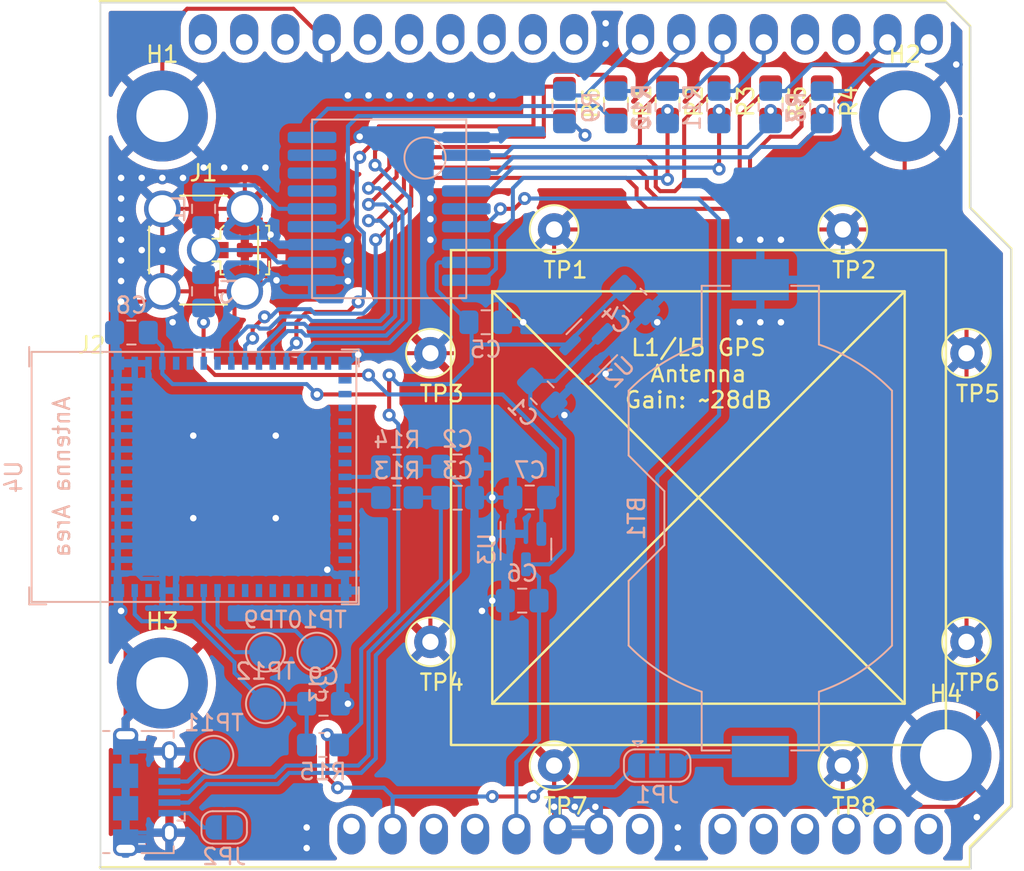
<source format=kicad_pcb>
(kicad_pcb (version 20211014) (generator pcbnew)
  (layers (0 "F.Cu" signal) (31 "B.Cu" signal) (34 "B.Paste" user) (35 "F.Paste" user) (36 "B.SilkS" user "B.Silkscreen") (37 "F.SilkS" user "F.Silkscreen") (38 "B.Mask" user) (39 "F.Mask" user) (44 "Edge.Cuts" user))
  (net 0 "")
  (net 14 "/TXD")
  (net 15 "/RXD")
  (net 24 "GND")
  (net 25 "+3V3")
  (net 30 "Net-(C3-Pad1)")
  (net 31 "Net-(BT1-Pad1)")
  (net 32 "Net-(J1-Pad3)")
  (net 33 "U5")
  (net 34 "PPS")
  (net 35 "EN")
  (net 36 "GPIO26")
  (net 37 "LNA_EN")
  (net 38 "Net-(J2-Pad1)")
  (net 39 "TX")
  (net 40 "RX")
  (net 41 "_PPS")
  (net 42 "_EN")
  (net 43 "_GPIO26")
  (net 44 "_LNAEN")
  (net 45 "Net-(JP1-Pad2)")
  (net 46 "Net-(L1-Pad1)")
  (net 75 "Net-(U4-Pad12)")
  (net 76 "Net-(U4-Pad11)")
  (net 77 "Net-(U4-Pad10)")
  (net 78 "Net-(U4-Pad9)")
  (net 79 "Net-(U4-Pad8)")
  (net 80 "Net-(U4-Pad45)")
  (net 81 "Net-(J1-Pad2)")
  (net 82 "Net-(U4-Pad13)")
  (net 83 "Net-(U4-Pad24)")
  (net 84 "Net-(U4-Pad23)")
  (net 85 "Net-(U4-Pad40)")
  (net 86 "Net-(U4-Pad39)")
  (net 87 "Net-(J1-Pad4)")
  (net 88 "Net-(J1-Pad1)")
  (net 89 "5V")
  (footprint "MountingHole:MountingHole_3.2mm_M3_DIN965_Pad" (layer "F.Cu") (at 223.52 120.015)
    (fp_text reference "H4")
    (fp_text value "MountingHole_Pad" hide)
  )
  (footprint "MountingHole:MountingHole_3.2mm_M3_DIN965_Pad" (layer "F.Cu") (at 220.98 80.645)
    (fp_text reference "H2")
    (fp_text value "MountingHole_Pad" hide)
  )
  (footprint "MountingHole:MountingHole_3.2mm_M3_DIN965_Pad" (layer "F.Cu") (at 175.26 115.57)
    (fp_text reference "H3")
    (fp_text value "MountingHole_Pad" hide)
  )
  (footprint "Connector_Coaxial:U.FL_Molex_MCRF_73412-0110_Vertical" (layer "F.Cu") (at 180.34 88.9 -90)
    (fp_text reference "J2")
    (fp_text value "IPEX")
  )
  (footprint "TestPoint:TestPoint_Loop_D2.50mm_Drill1.0mm" (layer "F.Cu") (at 224.79 95.25)
    (fp_text reference "TP5")
    (fp_text value "TestPoint")
  )
  (footprint "MountingHole:MountingHole_3.2mm_M3_DIN965_Pad" (layer "F.Cu") (at 175.26 80.645)
    (fp_text reference "H1")
    (fp_text value "MountingHole_Pad" hide)
  )
  (footprint "TestPoint:TestPoint_Loop_D2.50mm_Drill1.0mm" (layer "F.Cu") (at 191.77 95.25)
    (fp_text reference "TP3")
    (fp_text value "TestPoint")
  )
  (footprint "Resistor_SMD:R_0805_2012Metric_Pad1.20x1.40mm_HandSolder" (layer "F.Cu") (at 212.725 79.74 -90)
    (fp_text reference "R5")
    (fp_text value "100")
  )
  (footprint "Resistor_SMD:R_0805_2012Metric_Pad1.20x1.40mm_HandSolder" (layer "F.Cu") (at 209.55 79.74 -90)
    (fp_text reference "R3")
    (fp_text value "100")
  )
  (footprint "TestPoint:TestPoint_Loop_D2.50mm_Drill1.0mm" (layer "F.Cu") (at 224.79 113.03)
    (fp_text reference "TP6")
    (fp_text value "TestPoint")
  )
  (footprint "Resistor_SMD:R_0805_2012Metric_Pad1.20x1.40mm_HandSolder" (layer "F.Cu") (at 200.025 79.835 -90)
    (fp_text reference "R6")
    (fp_text value "100")
  )
  (footprint "TestPoint:TestPoint_Loop_D2.50mm_Drill1.0mm" (layer "F.Cu") (at 199.39 87.63)
    (fp_text reference "TP1")
    (fp_text value "TestPoint")
  )
  (footprint "TestPoint:TestPoint_Loop_D2.50mm_Drill1.0mm" (layer "F.Cu") (at 191.77 113.03)
    (fp_text reference "TP4")
    (fp_text value "TestPoint")
  )
  (footprint "MyModules:Arduino_Uno_Shield" (layer "F.Cu") (at 171.4105 126.9125)
    (fp_text reference "XA1" hide)
    (fp_text value "Arduino_Uno_Shield" hide)
  )
  (footprint "Resistor_SMD:R_0805_2012Metric_Pad1.20x1.40mm_HandSolder" (layer "F.Cu") (at 203.2 79.74 -90)
    (fp_text reference "R1")
    (fp_text value "100")
  )
  (footprint "Resistor_SMD:R_0805_2012Metric_Pad1.20x1.40mm_HandSolder" (layer "F.Cu") (at 215.9 79.74 -90)
    (fp_text reference "R4")
    (fp_text value "100")
  )
  (footprint "TestPoint:TestPoint_Loop_D2.50mm_Drill1.0mm" (layer "F.Cu") (at 217.17 120.65)
    (fp_text reference "TP8")
    (fp_text value "TestPoint")
  )
  (footprint "Resistor_SMD:R_0805_2012Metric_Pad1.20x1.40mm_HandSolder" (layer "F.Cu") (at 206.375 79.74 -90)
    (fp_text reference "R2")
    (fp_text value "100")
  )
  (footprint "Connector_Coaxial:SMA_Amphenol_132134-11_Vertical" (layer "F.Cu") (at 177.8 88.9)
    (fp_text reference "J1")
    (fp_text value "SMA")
  )
  (footprint "TestPoint:TestPoint_Loop_D2.50mm_Drill1.0mm" (layer "F.Cu") (at 199.39 120.65)
    (fp_text reference "TP7")
    (fp_text value "TestPoint")
  )
  (footprint "TestPoint:TestPoint_Loop_D2.50mm_Drill1.0mm" (layer "F.Cu") (at 217.17 87.63)
    (fp_text reference "TP2")
    (fp_text value "TestPoint")
  )
  (footprint "Package_TO_SOT_SMD:SOT-23" (layer "B.Cu") (at 197.655 107.315 -90)
    (fp_text reference "U3")
    (fp_text value "MCP1700-3002E_SOT23")
  )
  (footprint "TestPoint:TestPoint_Pad_D2.0mm" (layer "B.Cu") (at 181.61 116.84 180)
    (fp_text reference "TP12")
    (fp_text value "TestPoint")
  )
  (footprint "Capacitor_SMD:C_0805_2012Metric_Pad1.18x1.45mm_HandSolder" (layer "B.Cu") (at 193.450076 104.151857 180)
    (fp_text reference "C3")
    (fp_text value "100nF")
  )
  (footprint "Capacitor_SMD:C_0805_2012Metric_Pad1.18x1.45mm_HandSolder" (layer "B.Cu") (at 197.8875 104.14 180)
    (fp_text reference "C7")
    (fp_text value "100nF")
  )
  (footprint "Package_TO_SOT_SMD:SOT-23" (layer "B.Cu") (at 201.712102 94.723949 45)
    (fp_text reference "U2")
    (fp_text value "MCP1700-3002E_SOT23")
  )
  (footprint "Capacitor_SMD:C_0805_2012Metric_Pad1.18x1.45mm_HandSolder" (layer "B.Cu") (at 197.422501 110.49 180)
    (fp_text reference "C6")
    (fp_text value "100nF")
  )
  (footprint "Capacitor_SMD:C_0805_2012Metric_Pad1.18x1.45mm_HandSolder" (layer "B.Cu") (at 195.1775 93.345)
    (fp_text reference "C5")
    (fp_text value "100nF")
  )
  (footprint "Resistor_SMD:R_0805_2012Metric_Pad1.20x1.40mm_HandSolder" (layer "B.Cu") (at 212.725 80.105 90)
    (fp_text reference "R8")
    (fp_text value "100")
  )
  (footprint "Capacitor_SMD:C_0805_2012Metric_Pad1.18x1.45mm_HandSolder" (layer "B.Cu") (at 193.4425 102.225 180)
    (fp_text reference "C2")
    (fp_text value "100nF")
  )
  (footprint "locosystech:rtk1010" (layer "B.Cu") (at 193.98 81.96 180)
    (fp_text reference "U1" hide)
    (fp_text value "RTK-1010")
  )
  (footprint "Resistor_SMD:R_0805_2012Metric_Pad1.20x1.40mm_HandSolder" (layer "B.Cu") (at 189.717131 104.141605 180)
    (fp_text reference "R13")
    (fp_text value "100")
  )
  (footprint "Resistor_SMD:R_0805_2012Metric_Pad1.20x1.40mm_HandSolder" (layer "B.Cu") (at 185.15 119.38)
    (fp_text reference "R15")
    (fp_text value "100")
  )
  (footprint "Resistor_SMD:R_0805_2012Metric_Pad1.20x1.40mm_HandSolder" (layer "B.Cu") (at 200.025 80.105 90)
    (fp_text reference "R9")
    (fp_text value "100")
  )
  (footprint "Battery:BatteryHolder_Keystone_1058_1x2032" (layer "B.Cu") (at 212.09 105.41 90)
    (fp_text reference "BT1")
    (fp_text value "Battery_Cell")
  )
  (footprint "Capacitor_SMD:C_0805_2012Metric_Pad1.18x1.45mm_HandSolder" (layer "B.Cu") (at 204.371377 91.976377 -45)
    (fp_text reference "C4")
    (fp_text value "100nF")
  )
  (footprint "Resistor_SMD:R_0805_2012Metric_Pad1.20x1.40mm_HandSolder" (layer "B.Cu") (at 203.2 80.105 90)
    (fp_text reference "R10")
    (fp_text value "100")
  )
  (footprint "Capacitor_SMD:C_0805_2012Metric_Pad1.18x1.45mm_HandSolder" (layer "B.Cu") (at 173.355 93.98 180)
    (fp_text reference "C8")
    (fp_text value "100nF")
  )
  (footprint "TestPoint:TestPoint_Pad_D2.0mm" (layer "B.Cu") (at 184.785 113.665 180)
    (fp_text reference "TP10")
    (fp_text value "TestPoint")
  )
  (footprint "Jumper:SolderJumper-2_P1.3mm_Open_RoundedPad1.0x1.5mm" (layer "B.Cu") (at 179.07 124.46)
    (fp_text reference "JP2")
    (fp_text value "Jumper_2_Open" hide)
  )
  (footprint "Inductor_SMD:L_0805_2012Metric_Pad1.15x1.40mm_HandSolder" (layer "B.Cu") (at 177.8 91.44 90)
    (fp_text reference "L2")
    (fp_text value "39nH")
  )
  (footprint "Capacitor_SMD:C_0805_2012Metric_Pad1.18x1.45mm_HandSolder" (layer "B.Cu") (at 198.656377 97.691377 -45)
    (fp_text reference "C1")
    (fp_text value "100nF")
  )
  (footprint "Resistor_SMD:R_0805_2012Metric_Pad1.20x1.40mm_HandSolder" (layer "B.Cu") (at 209.55 80.105 -90)
    (fp_text reference "R11")
    (fp_text value "100")
  )
  (footprint "Capacitor_SMD:C_0805_2012Metric_Pad1.18x1.45mm_HandSolder" (layer "B.Cu") (at 185.1875 116.84 180)
    (fp_text reference "C9")
    (fp_text value "100nF")
  )
  (footprint "Jumper:SolderJumper-3_P1.3mm_Open_RoundedPad1.0x1.5mm" (layer "B.Cu") (at 205.74 120.65)
    (fp_text reference "JP1")
    (fp_text value "SolderJumper_3_Open")
  )
  (footprint "TestPoint:TestPoint_Pad_D2.0mm" (layer "B.Cu") (at 178.435 120.015 180)
    (fp_text reference "TP11")
    (fp_text value "TestPoint" hide)
  )
  (footprint "Resistor_SMD:R_0805_2012Metric_Pad1.20x1.40mm_HandSolder" (layer "B.Cu") (at 189.717131 102.236605 180)
    (fp_text reference "R14")
    (fp_text value "100")
  )
  (footprint "Inductor_SMD:L_0805_2012Metric_Pad1.15x1.40mm_HandSolder" (layer "B.Cu") (at 177.8 86.36 -90)
    (fp_text reference "L1")
    (fp_text value "39nH")
  )
  (footprint "Connector_USB:USB_Micro-B_Amphenol_10118194_Horizontal" (layer "B.Cu") (at 174.298297 122.279441 90)
    (fp_text reference "J3")
    (fp_text value "USB_OTG")
  )
  (footprint "Resistor_SMD:R_0805_2012Metric_Pad1.20x1.40mm_HandSolder" (layer "B.Cu") (at 206.375 80.105 -90)
    (fp_text reference "R12")
    (fp_text value "100")
  )
  (footprint "Resistor_SMD:R_0805_2012Metric_Pad1.20x1.40mm_HandSolder" (layer "B.Cu") (at 215.9 80.105 -90)
    (fp_text reference "R7")
    (fp_text value "100")
  )
  (footprint "Espressif:ESP32-S2-MINI-1" (layer "B.Cu") (at 179.51 102.87 -90)
    (fp_text reference "U4")
    (fp_text value "ESP32-S2-MINI-1")
  )
  (footprint "TestPoint:TestPoint_Pad_D2.0mm" (layer "B.Cu") (at 181.61 113.665 180)
    (fp_text reference "TP9")
    (fp_text value "TestPoint")
  )
  (gr_rect (start 195.58 91.44) (end 220.98 116.84) (layer "F.SilkS") (width 0.15) (fill none))
  (gr_rect (start 193.04 88.9) (end 223.52 119.38) (layer "F.SilkS") (width 0.15) (fill none))
  (gr_line (start 195.58 116.84) (end 220.98 91.44) (layer "F.SilkS") (width 0.15))
  (gr_line (start 195.58 91.44) (end 220.98 116.84) (layer "F.SilkS") (width 0.15))
  (gr_line (start 225.050744 86.370714) (end 225.039344 75.169478) (layer "Edge.Cuts") (width 0.1))
  (gr_line (start 225.039344 75.169478) (end 223.549597 73.650134) (layer "Edge.Cuts") (width 0.1))
  (gr_line (start 223.549597 73.650134) (end 171.45 73.66) (layer "Edge.Cuts") (width 0.1))
  (gr_line (start 227.536944 88.856914) (end 225.050744 86.370714) (layer "Edge.Cuts") (width 0.1))
  (gr_line (start 171.45 73.66) (end 171.45 127) (layer "Edge.Cuts") (width 0.1))
  (gr_line (start 225.064052 127) (end 225.064052 125.746212) (layer "Edge.Cuts") (width 0.1))
  (gr_line (start 227.605884 123.190677) (end 227.536944 88.856914) (layer "Edge.Cuts") (width 0.1))
  (gr_line (start 225.064052 125.746212) (end 227.605884 123.190677) (layer "Edge.Cuts") (width 0.1))
  (gr_line (start 171.45 127) (end 225.064052 127) (layer "Edge.Cuts") (width 0.1))
  (gr_text "L1/L5 GPS\nAntenna\nGain: ~28dB" (at 208.28 96.52) (layer "F.SilkS") (effects (font (size 1 1))))
  (segment (start 217.44 79.105) (end 215.9 79.105) (width 0.25) (layer "B.Cu") (net 14))
  (segment (start 221.057 77.52) (end 219.025 77.52) (width 0.25) (layer "B.Cu") (net 14))
  (segment (start 219.025 77.52) (end 217.44 79.105) (width 0.25) (layer "B.Cu") (net 14))
  (segment (start 222.4645 76.1125) (end 221.057 77.52) (width 0.25) (layer "B.Cu") (net 14))
  (segment (start 215.265698 77.469302) (end 213.63 79.105) (width 0.25) (layer "B.Cu") (net 15))
  (segment (start 219.796104 76.1125) (end 218.439302 77.469302) (width 0.25) (layer "B.Cu") (net 15))
  (segment (start 218.439302 77.469302) (end 215.265698 77.469302) (width 0.25) (layer "B.Cu") (net 15))
  (segment (start 213.63 79.105) (end 212.725 79.105) (width 0.25) (layer "B.Cu") (net 15))
  (segment (start 219.9245 76.1125) (end 219.796104 76.1125) (width 0.25) (layer "B.Cu") (net 15))
  (segment (start 187.4145 81.915) (end 185.42 81.915) (width 0.25) (layer "F.Cu") (net 24))
  (segment (start 224.79 88.9) (end 224.79 95.25) (width 0.25) (layer "F.Cu") (net 24))
  (segment (start 185.42 81.915) (end 181.61 81.915) (width 0.25) (layer "F.Cu") (net 24))
  (segment (start 181.84 87.86) (end 180.34 86.36) (width 0.25) (layer "F.Cu") (net 24))
  (segment (start 199.39 120.65) (end 199.39 124.158) (width 0.25) (layer "F.Cu") (net 24))
  (segment (start 187.325 95.3395) (end 180.4295 95.3395) (width 0.25) (layer "F.Cu") (net 24))
  (segment (start 223.52 87.63) (end 224.79 88.9) (width 0.25) (layer "F.Cu") (net 24))
  (segment (start 195.58 95.25) (end 197.485 93.345) (width 0.25) (layer "F.Cu") (net 24))
  (segment (start 180.34 83.82) (end 180.34 86.36) (width 0.25) (layer "F.Cu") (net 24))
  (segment (start 175.26 91.44) (end 180.34 91.44) (width 0.25) (layer "F.Cu") (net 24))
  (segment (start 175.26 75.565) (end 176.7875 74.0375) (width 0.25) (layer "F.Cu") (net 24))
  (segment (start 217.17 123.19) (end 201.93 123.19) (width 0.25) (layer "F.Cu") (net 24))
  (segment (start 199.39 124.158) (end 199.6045 124.3725) (width 0.25) (layer "F.Cu") (net 24))
  (segment (start 199.39 123.19) (end 199.39 120.65) (width 0.25) (layer "F.Cu") (net 24))
  (segment (start 185.3805 76.085166) (end 185.3805 76.1125) (width 0.25) (layer "F.Cu") (net 24))
  (segment (start 172.72 111.125) (end 172.998297 111.403297) (width 0.25) (layer "F.Cu") (net 24))
  (segment (start 217.17 87.63) (end 199.39 87.63) (width 0.25) (layer "F.Cu") (net 24))
  (segment (start 180.34 91.44) (end 180.34 90.375) (width 0.25) (layer "F.Cu") (net 24))
  (segment (start 187.325 95.3395) (end 187.4145 95.25) (width 0.25) (layer "F.Cu") (net 24))
  (segment (start 201.93 123.19) (end 200.66 123.19) (width 0.25) (layer "F.Cu") (net 24))
  (segment (start 199.39 93.345) (end 199.39 87.63) (width 0.25) (layer "F.Cu") (net 24))
  (segment (start 175.26 86.36) (end 180.34 86.36) (width 0.25) (layer "F.Cu") (net 24))
  (segment (start 179.705 92.075) (end 180.34 91.44) (width 0.25) (layer "F.Cu") (net 24))
  (segment (start 175.26 88.9) (end 175.26 91.44) (width 0.25) (layer "F.Cu") (net 24))
  (segment (start 187.96 116.84) (end 191.77 113.03) (width 0.25) (layer "F.Cu") (net 24))
  (segment (start 199.39 93.345) (end 202.565 96.52) (width 0.25) (layer "F.Cu") (net 24))
  (segment (start 191.77 109.22) (end 191.135 108.585) (width 0.25) (layer "F.Cu") (net 24))
  (segment (start 224.79 95.25) (end 224.79 113.03) (width 0.25) (layer "F.Cu") (net 24))
  (segment (start 217.17 87.63) (end 220.98 87.63) (width 0.25) (layer "F.Cu") (net 24))
  (segment (start 191.135 108.585) (end 185.42 108.585) (width 0.25) (layer "F.Cu") (net 24))
  (segment (start 183.332834 74.0375) (end 185.3805 76.085166) (width 0.25) (layer "F.Cu") (net 24))
  (segment (start 176.7875 74.0375) (end 183.332834 74.0375) (width 0.25) (layer "F.Cu") (net 24))
  (segment (start 191.77 111.125) (end 191.77 109.22) (width 0.25) (layer "F.Cu") (net 24))
  (segment (start 197.485 93.345) (end 199.39 93.345) (width 0.25) (layer "F.Cu") (net 24))
  (segment (start 195.58 106.68) (end 195.58 104.14) (width 0.25) (layer "F.Cu") (net 24))
  (segment (start 220.98 80.645) (end 220.98 87.63) (width 0.25) (layer "F.Cu") (net 24))
  (segment (start 181.84 88.9) (end 181.84 87.86) (width 0.25) (layer "F.Cu") (net 24))
  (segment (start 175.26 108.585) (end 172.72 111.125) (width 0.25) (layer "F.Cu") (net 24))
  (segment (start 185.3805 76.1125) (end 185.3805 81.8755) (width 0.25) (layer "F.Cu") (net 24))
  (segment (start 180.4295 95.3395) (end 179.705 94.615) (width 0.25) (layer "F.Cu") (net 24))
  (segment (start 191.77 95.25) (end 195.58 95.25) (width 0.25) (layer "F.Cu") (net 24))
  (segment (start 172.72 92.075) (end 174.625 92.075) (width 0.25) (layer "F.Cu") (net 24))
  (segment (start 191.77 113.03) (end 191.77 111.125) (width 0.25) (layer "F.Cu") (net 24))
  (segment (start 220.98 87.63) (end 223.52 87.63) (width 0.25) (layer "F.Cu") (net 24))
  (segment (start 186.69 116.84) (end 187.96 116.84) (width 0.25) (layer "F.Cu") (net 24))
  (segment (start 181.405 90.375) (end 181.84 89.94) (width 0.25) (layer "F.Cu") (net 24))
  (segment (start 200.66 123.19) (end 199.39 123.19) (width 0.25) (layer "F.Cu") (net 24))
  (segment (start 185.3805 81.8755) (end 185.42 81.915) (width 0.25) (layer "F.Cu") (net 24))
  (segment (start 175.26 86.36) (end 175.26 88.9) (width 0.25) (layer "F.Cu") (net 24))
  (segment (start 217.17 123.19) (end 217.17 120.65) (width 0.25) (layer "F.Cu") (net 24))
  (segment (start 179.705 94.615) (end 179.705 92.075) (width 0.25) (layer "F.Cu") (net 24))
  (segment (start 185.42 108.585) (end 175.26 108.585) (width 0.25) (layer "F.Cu") (net 24))
  (segment (start 205.74 93.345) (end 202.565 96.52) (width 0.25) (layer "F.Cu") (net 24))
  (segment (start 172.998297 111.403297) (end 172.998297 118.779441) (width 0.25) (layer "F.Cu") (net 24))
  (segment (start 225.495001 113.735001) (end 225.495001 121.92) (width 0.25) (layer "F.Cu") (net 24))
  (segment (start 194.945 111.125) (end 191.77 111.125) (width 0.25) (layer "F.Cu") (net 24))
  (segment (start 225.495001 121.92) (end 224.225001 123.19) (width 0.25) (layer "F.Cu") (net 24))
  (segment (start 174.625 92.075) (end 175.26 91.44) (width 0.25) (layer "F.Cu") (net 24))
  (segment (start 200.025 99.06) (end 202.565 96.52) (width 0.25) (layer "F.Cu") (net 24))
  (segment (start 180.34 83.185) (end 180.34 83.82) (width 0.25) (layer "F.Cu") (net 24))
  (segment (start 180.34 90.375) (end 181.405 90.375) (width 0.25) (layer "F.Cu") (net 24))
  (segment (start 224.225001 123.19) (end 217.17 123.19) (width 0.25) (layer "F.Cu") (net 24))
  (segment (start 181.61 81.915) (end 180.34 83.185) (width 0.25) (layer "F.Cu") (net 24))
  (segment (start 195.58 110.49) (end 195.58 106.68) (width 0.25) (layer "F.Cu") (net 24))
  (segment (start 175.26 80.645) (end 175.26 75.565) (width 0.25) (layer "F.Cu") (net 24))
  (segment (start 187.4145 95.25) (end 191.77 95.25) (width 0.25) (layer "F.Cu") (net 24))
  (segment (start 224.79 113.03) (end 225.495001 113.735001) (width 0.25) (layer "F.Cu") (net 24))
  (segment (start 181.84 89.94) (end 181.84 88.9) (width 0.25) (layer "F.Cu") (net 24))
  (via (at 191.77 86.995) (size 0.8) (drill 0.4) (layers "F.Cu" "B.Cu") (net 24))
  (via (at 172.72 85.725) (size 0.8) (drill 0.4) (layers "F.Cu" "B.Cu") (net 24))
  (via (at 187.325 95.3395) (size 0.8) (drill 0.4) (layers "F.Cu" "B.Cu") (net 24))
  (via (at 181.61 83.82) (size 0.8) (drill 0.4) (layers "F.Cu" "B.Cu") (net 24))
  (via (at 195.58 79.375) (size 0.8) (drill 0.4) (layers "F.Cu" "B.Cu") (net 24))
  (via (at 186.69 90.805) (size 0.8) (drill 0.4) (layers "F.Cu" "B.Cu") (net 24))
  (via (at 210.82 93.345) (size 0.8) (drill 0.4) (layers "F.Cu" "B.Cu") (net 24))
  (via (at 200.66 123.19) (size 0.8) (drill 0.4) (layers "F.Cu" "B.Cu") (net 24))
  (via (at 195.58 106.68) (size 0.8) (drill 0.4) (layers "F.Cu" "B.Cu") (net 24))
  (via (at 186.69 88.265) (size 0.8) (drill 0.4) (layers "F.Cu" "B.Cu") (net 24))
  (via (at 190.5 79.375) (size 0.8) (drill 0.4) (layers "F.Cu" "B.Cu") (net 24))
  (via (at 175.26 88.9) (size 0.8) (drill 0.4) (layers "F.Cu" "B.Cu") (net 24))
  (via (at 200.025 99.06) (size 0.8) (drill 0.4) (layers "F.Cu" "B.Cu") (net 24))
  (via (at 172.72 111.125) (size 0.8) (drill 0.4) (layers "F.Cu" "B.Cu") (net 24))
  (via (at 172.72 88.265) (size 0.8) (drill 0.4) (layers "F.Cu" "B.Cu") (net 24))
  (via (at 186.69 89.535) (size 0.8) (drill 0.4) (layers "F.Cu" "B.Cu") (net 24))
  (via (at 202.565 76.2) (size 0.8) (drill 0.4) (layers "F.Cu" "B.Cu") (net 24))
  (via (at 180.34 83.82) (size 0.8) (drill 0.4) (layers "F.Cu" "B.Cu") (net 24))
  (via (at 172.72 92.075) (size 0.8) (drill 0.4) (layers "F.Cu" "B.Cu") (net 24))
  (via (at 205.74 93.345) (size 0.8) (drill 0.4) (layers "F.Cu" "B.Cu") (net 24))
  (via (at 202.565 96.52) (size 0.8) (drill 0.4) (layers "F.Cu" "B.Cu") (net 24))
  (via (at 172.72 86.995) (size 0.8) (drill 0.4) (layers "F.Cu" "B.Cu") (net 24))
  (via (at 186.69 79.375) (size 0.8) (drill 0.4) (layers "F.Cu" "B.Cu") (net 24))
  (via (at 213.36 88.265) (size 0.8) (drill 0.4) (layers "F.Cu" "B.Cu") (net 24))
  (via (at 184.15 125.73) (size 0.8) (drill 0.4) (layers "F.Cu" "B.Cu") (net 24))
  (via (at 193.04 79.375) (size 0.8) (drill 0.4) (layers "F.Cu" "B.Cu") (net 24))
  (via (at 187.4145 81.915) (size 0.8) (drill 0.4) (layers "F.Cu" "B.Cu") (net 24))
  (via (at 212.09 88.265) (size 0.8) (drill 0.4) (layers "F.Cu" "B.Cu") (net 24))
  (via (at 177.8 83.82) (size 0.8) (drill 0.4) (layers "F.Cu" "B.Cu") (net 24))
  (via (at 175.26 84.455) (size 0.8) (drill 0.4) (layers "F.Cu" "B.Cu") (net 24))
  (via (at 191.77 85.725) (size 0.8) (drill 0.4) (layers "F.Cu" "B.Cu") (net 24))
  (via (at 172.72 84.455) (size 0.8) (drill 0.4) (layers "F.Cu" "B.Cu") (net 24))
  (via (at 224.155 77.47) (size 0.8) (drill 0.4) (layers "F.Cu" "B.Cu") (net 24))
  (via (at 177.165 105.41) (size 0.8) (drill 0.4) (layers "F.Cu" "B.Cu") (net 24))
  (via (at 177.165 100.33) (size 0.8) (drill 0.4) (layers "F.Cu" "B.Cu") (net 24))
  (via (at 207.01 125.73) (size 0.8) (drill 0.4) (layers "F.Cu" "B.Cu") (net 24))
  (via (at 207.01 124.46) (size 0.8) (drill 0.4) (layers "F.Cu" "B.Cu") (net 24))
  (via (at 191.77 79.375) (size 0.8) (drill 0.4) (layers "F.Cu" "B.Cu") (net 24))
  (via (at 210.82 88.265) (size 0.8) (drill 0.4) (layers "F.Cu" "B.Cu") (net 24))
  (via (at 182.245 105.41) (size 0.8) (drill 0.4) (layers "F.Cu" "B.Cu") (net 24))
  (via (at 182.245 100.33) (size 0.8) (drill 0.4) (layers "F.Cu" "B.Cu") (net 24))
  (via (at 187.96 79.375) (size 0.8) (drill 0.4) (layers "F.Cu" "B.Cu") (net 24))
  (via (at 175.895 93.345) (size 0.8) (drill 0.4) (layers "F.Cu" "B.Cu") (net 24))
  (via (at 194.31 79.375) (size 0.8) (drill 0.4) (layers "F.Cu" "B.Cu") (net 24))
  (via (at 176.53 84.455) (size 0.8) (drill 0.4) (layers "F.Cu" "B.Cu") (net 24))
  (via (at 225.425 123.825) (size 0.8) (drill 0.4) (layers "F.Cu" "B.Cu") (net 24))
  (via (at 184.15 124.46) (size 0.8) (drill 0.4) (layers "F.Cu" "B.Cu") (net 24))
  (via (at 179.07 83.82) (size 0.8) (drill 0.4) (layers "F.Cu" "B.Cu") (net 24))
  (via (at 173.99 84.455) (size 0.8) (drill 0.4) (layers "F.Cu" "B.Cu") (net 24))
  (via (at 202.565 74.93) (size 0.8) (drill 0.4) (layers "F.Cu" "B.Cu") (net 24))
  (via (at 199.39 123.19) (size 0.8) (drill 0.4) (layers "F.Cu" "B.Cu") (net 24))
  (via (at 185.42 108.585) (size 0.8) (drill 0.4) (layers "F.Cu" "B.Cu") (net 24))
  (via (at 189.23 79.375) (size 0.8) (drill 0.4) (layers "F.Cu" "B.Cu") (net 24))
  (via (at 186.69 116.84) (size 0.8) (drill 0.4) (layers "F.Cu" "B.Cu") (net 24))
  (via (at 182.29 90.76) (size 0.8) (drill 0.4) (layers "F.Cu" "B.Cu") (net 24))
  (via (at 181.9275 87.9475) (size 0.8) (drill 0.4) (layers "F.Cu" "B.Cu") (net 24))
  (via (at 197.485 93.345) (size 0.8) (drill 0.4) (layers "F.Cu" "B.Cu") (net 24))
  (via (at 213.36 93.345) (size 0.8) (drill 0.4) (layers "F.Cu" "B.Cu") (net 24))
  (via (at 195.58 104.14) (size 0.8) (drill 0.4) (layers "F.Cu" "B.Cu") (net 24))
  (via (at 194.945 111.125) (size 0.8) (drill 0.4) (layers "F.Cu" "B.Cu") (net 24))
  (via (at 173.99 88.9) (size 0.8) (drill 0.4) (layers "F.Cu" "B.Cu") (net 24))
  (via (at 201.93 123.19) (size 0.8) (drill 0.4) (layers "F.Cu" "B.Cu") (net 24))
  (via (at 191.77 88.265) (size 0.8) (drill 0.4) (layers "F.Cu" "B.Cu") (net 24))
  (via (at 195.58 110.49) (size 0.8) (drill 0.4) (layers "F.Cu" "B.Cu") (net 24))
  (via (at 212.09 93.345) (size 0.8) (drill 0.4) (layers "F.Cu" "B.Cu") (net 24))
  (via (at 172.72 90.805) (size 0.8) (drill 0.4) (layers "F.Cu" "B.Cu") (net 24))
  (via (at 172.72 89.535) (size 0.8) (drill 0.4) (layers "F.Cu" "B.Cu") (net 24))
  (segment (start 172.51 109.87) (end 172.51 108.82) (width 0.25) (layer "B.Cu") (net 24))
  (segment (start 173.398297 119.779441) (end 172.998297 119.379441) (width 0.25) (layer "B.Cu") (net 24))
  (segment (start 172.51 102.02) (end 172.51 101.17) (width 0.25) (layer "B.Cu") (net 24))
  (segment (start 172.51 103.72) (end 172.51 102.87) (width 0.25) (layer "B.Cu") (net 24))
  (segment (start 172.3175 92.4775) (end 172.3175 93.98) (width 0.25) (layer "B.Cu") (net 24))
  (segment (start 195.8825 106.3775) (end 195.58 106.68) (width 0.25) (layer "B.Cu") (net 24))
  (segment (start 195.568143 104.151857) (end 195.58 104.14) (width 0.25) (layer "B.Cu") (net 24))
  (segment (start 194.487576 104.151857) (end 195.568143 104.151857) (width 0.25) (layer "B.Cu") (net 24))
  (segment (start 181.655 90.76) (end 182.29 90.76) (width 0.25) (layer "B.Cu") (net 24))
  (segment (start 175.698297 124.779441) (end 173.398297 124.779441) (width 0.25) (layer "B.Cu") (net 24))
  (segment (start 194.487576 102.232576) (end 194.48 102.225) (width 0.25) (layer "B.Cu") (net 24))
  (segment (start 217.17 89.535) (end 217.17 87.63) (width 0.25) (layer "B.Cu") (net 24))
  (segment (start 186.51 109.87) (end 186.51 109.04) (width 0.25) (layer "B.Cu") (net 24))
  (segment (start 195.58 110.49) (end 194.945 111.125) (width 0.25) (layer "B.Cu") (net 24))
  (segment (start 199.39 98.425) (end 200.025 99.06) (width 0.25) (layer "B.Cu") (net 24))
  (segment (start 172.51 104.57) (end 172.51 105.42) (width 0.25) (layer "B.Cu") (net 24))
  (segment (start 175.26 109.87) (end 175.26 109.22) (width 0.25) (layer "B.Cu") (net 24))
  (segment (start 172.51 95.87) (end 172.51 94.1725) (width 0.25) (layer "B.Cu") (net 24))
  (segment (start 172.998297 119.379441) (end 172.998297 121.279441) (width 0.25) (layer "B.Cu") (net 24))
  (segment (start 195.58 104.14) (end 196.85 104.14) (width 0.25) (layer "B.Cu") (net 24))
  (segment (start 184.48 88.56) (end 182.54 88.56) (width 0.25) (layer "B.Cu") (net 24))
  (segment (start 172.51 101.17) (end 172.51 100.32) (width 0.25) (layer "B.Cu") (net 24))
  (segment (start 181.16 102.87) (end 181.16 104.52) (width 0.25) (layer "B.Cu") (net 24))
  (segment (start 177.86 104.52) (end 177.86 102.87) (width 0.25) (layer "B.Cu") (net 24))
  (segment (start 212.09 90.73) (end 215.975 90.73) (width 0.25) (layer "B.Cu") (net 24))
  (segment (start 172.51 105.42) (end 172.51 106.27) (width 0.25) (layer "B.Cu") (net 24))
  (segment (start 180.34 91.44) (end 180.975 91.44) (width 0.25) (layer "B.Cu") (net 24))
  (segment (start 177.86 104.52) (end 172.56 104.52) (width 0.25) (layer "B.Cu") (net 24))
  (segment (start 205.105 92.71) (end 205.74 93.345) (width 0.25) (layer "B.Cu") (net 24))
  (segment (start 181.16 102.87) (end 179.51 102.87) (width 0.25) (layer "B.Cu") (net 24))
  (segment (start 172.51 99.47) (end 172.51 98.62) (width 0.25) (layer "B.Cu") (net 24))
  (segment (start 175.698297 119.779441) (end 175.698297 120.979441) (width 0.25) (layer "B.Cu") (net 24))
  (segment (start 187.4145 81.915) (end 187.4595 81.96) (width 0.25) (layer "B.Cu") (net 24))
  (segment (start 181.16 104.52) (end 179.51 104.52) (width 0.25) (layer "B.Cu") (net 24))
  (segment (start 194.487576 104.151857) (end 194.487576 102.232576) (width 0.25) (layer "B.Cu") (net 24))
  (segment (start 172.56 104.52) (end 172.51 104.57) (width 0.25) (layer "B.Cu") (net 24))
  (segment (start 202.565 96.52) (end 202.182328 96.52) (width 0.25) (layer "B.Cu") (net 24))
  (segment (start 185.875 109.04) (end 185.42 108.585) (width 0.25) (layer "B.Cu") (net 24))
  (segment (start 172.51 108.82) (end 172.51 107.97) (width 0.25) (layer "B.Cu") (net 24))
  (segment (start 202.184 124.46) (end 199.644 124.46) (width 0.25) (layer "B.Cu") (net 24))
  (segment (start 172.51 102.87) (end 172.51 102.02) (width 0.25) (layer "B.Cu") (net 24))
  (segment (start 196.385001 110.49) (end 195.58 110.49) (width 0.25) (layer "B.Cu") (net 24))
  (segment (start 186.51 109.04) (end 186.51 108.82) (width 0.25) (layer "B.Cu") (net 24))
  (segment (start 172.72 111.125) (end 172.72 110.08) (width 0.25) (layer "B.Cu") (net 24))
  (segment (start 187.4595 81.96) (end 193.98 81.96) (width 0.25) (layer "B.Cu") (net 24))
  (segment (start 172.51 100.32) (end 172.51 99.47) (width 0.25) (layer "B.Cu") (net 24))
  (segment (start 173.56 95.87) (end 174.41 95.87) (width 0.25) (layer "B.Cu") (net 24))
  (segment (start 173.665 108.82) (end 172.51 108.82) (width 0.25) (layer "B.Cu") (net 24))
  (segment (start 186.225 116.84) (end 186.69 116.84) (width 0.25) (layer "B.Cu") (net 24))
  (segment (start 182.29 90.76) (end 184.48 90.76) (width 0.25) (layer "B.Cu") (net 24))
  (segment (start 173.398297 124.779441) (end 172.998297 125.179441) (width 0.25) (layer "B.Cu") (net 24))
  (segment (start 177.86 101.22) (end 179.51 101.22) (width 0.25) (layer "B.Cu") (net 24))
  (segment (start 186.51 95.87) (end 186.7945 95.87) (width 0.25) (layer "B.Cu") (net 24))
  (segment (start 172.51 96.92) (end 172.51 95.87) (width 0.25) (layer "B.Cu") (net 24))
  (segment (start 175.698297 119.779441) (end 173.398297 119.779441) (width 0.25) (layer "B.Cu") (net 24))
  (segment (start 172.51 104.57) (end 172.51 103.72) (width 0.25) (layer "B.Cu") (net 24))
  (segment (start 182.54 88.56) (end 181.9275 87.9475) (width 0.25) (layer "B.Cu") (net 24))
  (segment (start 186.51 109.04) (end 185.875 109.04) (width 0.25) (layer "B.Cu") (net 24))
  (segment (start 173.99 109.145) (end 173.665 108.82) (width 0.25) (layer "B.Cu") (net 24))
  (segment (start 175.185 109.145) (end 173.99 109.145) (width 0.25) (layer "B.Cu") (net 24))
  (segment (start 177.86 102.87) (end 177.86 101.22) (width 0.25) (layer "B.Cu") (net 24))
  (segment (start 175.26 109.22) (end 175.185 109.145) (width 0.25) (layer "B.Cu") (net 24))
  (segment (start 186.7945 95.87) (end 187.325 95.3395) (width 0.25) (layer "B.Cu") (net 24))
  (segment (start 196.705 106.3775) (end 195.8825 106.3775) (width 0.25) (layer "B.Cu") (net 24))
  (segment (start 179.51 104.52) (end 177.86 104.52) (width 0.25) (layer "B.Cu") (net 24))
  (segment (start 180.975 91.44) (end 181.655 90.76) (width 0.25) (layer "B.Cu") (net 24))
  (segment (start 196.215 93.345) (end 197.485 93.345) (width 0.25) (layer "B.Cu") (net 24))
  (segment (start 172.72 110.08) (end 172.51 109.87) (width 0.25) (layer "B.Cu") (net 24))
  (segment (start 215.975 90.73) (end 217.17 89.535) (width 0.25) (layer "B.Cu") (net 24))
  (segment (start 202.182328 96.52) (end 201.720941 96.058613) (width 0.25) (layer "B.Cu") (net 24))
  (segment (start 172.998297 121.279441) (end 172.998297 123.279441) (width 0.25) (layer "B.Cu") (net 24))
  (segment (start 172.51 95.87) (end 173.56 95.87) (width 0.25) (layer "B.Cu") (net 24))
  (segment (start 172.51 106.27) (end 172.51 107.12) (width 0.25) (layer "B.Cu") (net 24))
  (segment (start 181.16 102.87) (end 181.16 101.22) (width 0.25) (layer "B.Cu") (net 24))
  (segment (start 172.51 107.97) (end 172.51 107.12) (width 0.25) (layer "B.Cu") (net 24))
  (segment (start 181.9275 87.9475) (end 180.34 86.36) (width 0.25) (layer "B.Cu") (net 24))
  (segment (start 172.998297 123.279441) (end 172.998297 125.179441) (width 0.25) (layer "B.Cu") (net 24))
  (segment (start 172.51 94.1725) (end 172.3175 93.98) (width 0.25) (layer "B.Cu") (net 24))
  (segment (start 181.16 101.22) (end 179.51 101.22) (width 0.25) (layer "B.Cu") (net 24))
  (segment (start 176.11 109.87) (end 175.26 109.87) (width 0.25) (layer "B.Cu") (net 24))
  (segment (start 172.51 97.77) (end 172.51 96.92) (width 0.25) (layer "B.Cu") (net 24))
  (segment (start 172.72 92.075) (end 172.3175 92.4775) (width 0.25) (layer "B.Cu") (net 24))
  (segment (start 172.51 98.62) (end 172.51 97.77) (width 0.25) (layer "B.Cu") (net 24))
  (segment (start 185.42 121.375198) (end 185.42 118.745) (width 0.25) (layer "F.Cu") (net 25))
  (segment (start 184.785 97.79) (end 189.23 97.79) (width 0.25) (layer "F.Cu") (net 25))
  (segment (start 189.23 99.06) (end 189.23 96.5945) (width 0.25) (layer "F.Cu") (net 25))
  (segment (start 198.12 122.555) (end 195.58 122.555) (width 0.25) (layer "F.Cu") (net 25))
  (segment (start 189.23 97.79) (end 189.23 96.5945) (width 0.25) (layer "F.Cu") (net 25))
  (segment (start 186.055 122.010198) (end 185.42 121.375198) (width 0.25) (layer "F.Cu") (net 25))
  (via (at 198.12 122.555) (size 0.8) (drill 0.4) (layers "F.Cu" "B.Cu") (net 25))
  (via (at 185.42 118.745) (size 0.8) (drill 0.4) (layers "F.Cu" "B.Cu") (net 25))
  (via (at 195.58 122.555) (size 0.8) (drill 0.4) (layers "F.Cu" "B.Cu") (net 25))
  (via (at 189.23 99.06) (size 0.8) (drill 0.4) (layers "F.Cu" "B.Cu") (net 25))
  (via (at 189.23 96.5945) (size 0.8) (drill 0.4) (layers "F.Cu" "B.Cu") (net 25))
  (via (at 184.785 97.79) (size 0.8) (drill 0.4) (layers "F.Cu" "B.Cu") (net 25))
  (via (at 186.055 122.010198) (size 0.8) (drill 0.4) (layers "F.Cu" "B.Cu") (net 25))
  (segment (start 204.44 120.65) (end 203.115 121.975) (width 0.25) (layer "B.Cu") (net 25))
  (segment (start 194.41011 94.71511) (end 200.377438 94.71511) (width 0.25) (layer "B.Cu") (net 25))
  (segment (start 195.58 122.555) (end 189.564 122.555) (width 0.25) (layer "B.Cu") (net 25))
  (segment (start 184.15 97.155) (end 184.785 97.79) (width 0.25) (layer "B.Cu") (net 25))
  (segment (start 189.7905 97.155) (end 193.04 97.155) (width 0.25) (layer "B.Cu") (net 25))
  (segment (start 175.26 95.87) (end 175.26 94.8475) (width 0.25) (layer "B.Cu") (net 25))
  (segment (start 187.51 118.02) (end 187.51 113.48) (width 0.25) (layer "B.Cu") (net 25))
  (segment (start 194.14 93.345) (end 192.155 91.36) (width 0.25) (layer "B.Cu") (net 25))
  (segment (start 185.42 118.745) (end 185.515 118.745) (width 0.25) (layer "B.Cu") (net 25))
  (segment (start 192.155 91.36) (end 192.155 89.785) (width 0.25) (layer "B.Cu") (net 25))
  (segment (start 185.515 118.745) (end 186.15 119.38) (width 0.25) (layer "B.Cu") (net 25))
  (segment (start 175.26 95.87) (end 175.26 96.52) (width 0.25) (layer "B.Cu") (net 25))
  (segment (start 194.31 95.885) (end 194.31 93.515) (width 0.25) (layer "B.Cu") (net 25))
  (segment (start 175.26 96.52) (end 175.895 97.155) (width 0.25) (layer "B.Cu") (net 25))
  (segment (start 187.51 113.48) (end 189.792131 111.197869) (width 0.25) (layer "B.Cu") (net 25))
  (segment (start 189.792131 99.622131) (end 189.23 99.06) (width 0.25) (layer "B.Cu") (net 25))
  (segment (start 175.26 94.8475) (end 174.3925 93.98) (width 0.25) (layer "B.Cu") (net 25))
  (segment (start 194.31 94.615) (end 194.41011 94.71511) (width 0.25) (layer "B.Cu") (net 25))
  (segment (start 192.155 89.785) (end 192.28 89.66) (width 0.25) (layer "B.Cu") (net 25))
  (segment (start 188.899698 122.010198) (end 186.055 122.010198) (width 0.25) (layer "B.Cu") (net 25))
  (segment (start 189.23 96.5945) (end 189.7905 97.155) (width 0.25) (layer "B.Cu") (net 25))
  (segment (start 203.637754 91.242754) (end 200.377438 94.50307) (width 0.25) (layer "B.Cu") (net 25))
  (segment (start 198.7 121.975) (end 198.12 122.555) (width 0.25) (layer "B.Cu") (net 25))
  (segment (start 189.792131 111.197869) (end 189.792131 99.622131) (width 0.25) (layer "B.Cu") (net 25))
  (segment (start 175.895 97.155) (end 184.15 97.155) (width 0.25) (layer "B.Cu") (net 25))
  (segment (start 189.4445 122.6745) (end 189.4445 124.3725) (width 0.25) (layer "B.Cu") (net 25))
  (segment (start 192.28 89.66) (end 193.98 89.66) (width 0.25) (layer "B.Cu") (net 25))
  (segment (start 194.31 93.515) (end 194.14 93.345) (width 0.25) (layer "B.Cu") (net 25))
  (segment (start 186.15 119.38) (end 187.51 118.02) (width 0.25) (layer "B.Cu") (net 25))
  (segment (start 203.115 121.975) (end 198.7 121.975) (width 0.25) (layer "B.Cu") (net 25))
  (segment (start 200.377438 94.50307) (end 200.377438 94.71511) (width 0.25) (layer "B.Cu") (net 25))
  (segment (start 189.4445 122.555) (end 188.899698 122.010198) (width 0.25) (layer "B.Cu") (net 25))
  (segment (start 189.564 122.555) (end 189.4445 122.6745) (width 0.25) (layer "B.Cu") (net 25))
  (segment (start 193.04 97.155) (end 194.31 95.885) (width 0.25) (layer "B.Cu") (net 25))
  (segment (start 178.5095 96.5945) (end 187.96 96.5945) (width 0.25) (layer "F.Cu") (net 30))
  (segment (start 177.8 93.345) (end 177.8 95.885) (width 0.25) (layer "F.Cu") (net 30))
  (segment (start 177.8 95.885) (end 178.5095 96.5945) (width 0.25) (layer "F.Cu") (net 30))
  (via (at 177.8 93.345) (size 0.8) (drill 0.4) (layers "F.Cu" "B.Cu") (net 30))
  (via (at 187.96 96.5945) (size 0.8) (drill 0.4) (layers "F.Cu" "B.Cu") (net 30))
  (segment (start 198.605 104.46) (end 198.925 104.14) (width 0.25) (layer "B.Cu") (net 30))
  (segment (start 198.605 106.3775) (end 198.605 104.46) (width 0.25) (layer "B.Cu") (net 30))
  (segment (start 190.5 97.79) (end 189.1555 97.79) (width 0.25) (layer "B.Cu") (net 30))
  (segment (start 177.8 93.345) (end 177.8 92.465) (width 0.25) (layer "B.Cu") (net 30))
  (segment (start 199.39 104.14) (end 199.575 103.955) (width 0.25) (layer "B.Cu") (net 30))
  (segment (start 198.925 104.14) (end 199.39 104.14) (width 0.25) (layer "B.Cu") (net 30))
  (segment (start 198.12 99.695) (end 196.215 97.79) (width 0.25) (layer "B.Cu") (net 30))
  (segment (start 196.215 97.79) (end 190.5 97.79) (width 0.25) (layer "B.Cu") (net 30))
  (segment (start 199.575 101.15) (end 198.12 99.695) (width 0.25) (layer "B.Cu") (net 30))
  (segment (start 199.575 103.955) (end 199.575 101.15) (width 0.25) (layer "B.Cu") (net 30))
  (segment (start 189.1555 97.79) (end 187.96 96.5945) (width 0.25) (layer "B.Cu") (net 30))
  (segment (start 207.6 120.09) (end 207.04 120.65) (width 0.25) (layer "B.Cu") (net 31))
  (segment (start 212.09 120.09) (end 207.6 120.09) (width 0.25) (layer "B.Cu") (net 31))
  (segment (start 187.325 120.65) (end 187.96 120.015) (width 0.25) (layer "B.Cu") (net 32))
  (segment (start 182.19 121.34) (end 182.88 120.65) (width 0.25) (layer "B.Cu") (net 32))
  (segment (start 192.402324 104.141605) (end 192.412576 104.151857) (width 0.25) (layer "B.Cu") (net 32))
  (segment (start 192.412576 109.21382) (end 192.412576 104.151857) (width 0.25) (layer "B.Cu") (net 32))
  (segment (start 187.96 113.666396) (end 192.412576 109.21382) (width 0.25) (layer "B.Cu") (net 32))
  (segment (start 187.96 120.015) (end 187.96 113.666396) (width 0.25) (layer "B.Cu") (net 32))
  (segment (start 190.717131 104.141605) (end 192.402324 104.141605) (width 0.25) (layer "B.Cu") (net 32))
  (segment (start 182.88 120.65) (end 187.325 120.65) (width 0.25) (layer "B.Cu") (net 32))
  (segment (start 177.886167 121.34) (end 182.19 121.34) (width 0.25) (layer "B.Cu") (net 32))
  (segment (start 175.698297 122.279441) (end 176.889441 122.279441) (width 0.25) (layer "B.Cu") (net 32))
  (segment (start 177.857525 121.311357) (end 177.886167 121.34) (width 0.25) (layer "B.Cu") (net 32))
  (segment (start 176.889441 122.279441) (end 177.857525 121.311357) (width 0.25) (layer "B.Cu") (net 32))
  (segment (start 198.460001 110.49) (end 198.460001 119.039999) (width 0.25) (layer "B.Cu") (net 33))
  (segment (start 202.375015 94.061036) (end 199.478297 96.957754) (width 0.25) (layer "B.Cu") (net 33))
  (segment (start 197.655 108.2525) (end 199.0875 108.2525) (width 0.25) (layer "B.Cu") (net 33))
  (segment (start 199.478297 96.957754) (end 197.922754 96.957754) (width 0.25) (layer "B.Cu") (net 33))
  (segment (start 200.025 107.315) (end 200.025 100.544923) (width 0.25) (layer "B.Cu") (net 33))
  (segment (start 200.025 100.544923) (end 197.922754 98.442677) (width 0.25) (layer "B.Cu") (net 33))
  (segment (start 198.460001 119.039999) (end 197.0645 120.4355) (width 0.25) (layer "B.Cu") (net 33))
  (segment (start 198.460001 110.49) (end 198.460001 109.057501) (width 0.25) (layer "B.Cu") (net 33))
  (segment (start 197.0645 120.4355) (end 197.0645 124.3725) (width 0.25) (layer "B.Cu") (net 33))
  (segment (start 197.922754 98.442677) (end 197.922754 96.957754) (width 0.25) (layer "B.Cu") (net 33))
  (segment (start 198.460001 109.057501) (end 197.655 108.2525) (width 0.25) (layer "B.Cu") (net 33))
  (segment (start 199.0875 108.2525) (end 200.025 107.315) (width 0.25) (layer "B.Cu") (net 33))
  (segment (start 212.3045 76.1125) (end 212.3045 77.2555) (width 0.25) (layer "B.Cu") (net 34))
  (segment (start 210.455 79.105) (end 209.55 79.105) (width 0.25) (layer "B.Cu") (net 34))
  (segment (start 212.3045 77.2555) (end 210.455 79.105) (width 0.25) (layer "B.Cu") (net 34))
  (segment (start 206.375 79.105) (end 207.915 79.105) (width 0.25) (layer "B.Cu") (net 35))
  (segment (start 207.915 79.105) (end 209.7645 77.2555) (width 0.25) (layer "B.Cu") (net 35))
  (segment (start 209.7645 77.2555) (end 209.7645 76.1125) (width 0.25) (layer "B.Cu") (net 35))
  (segment (start 204.74 79.105) (end 203.2 79.105) (width 0.25) (layer "B.Cu") (net 36))
  (segment (start 207.2245 76.6205) (end 204.74 79.105) (width 0.25) (layer "B.Cu") (net 36))
  (segment (start 207.2245 76.1125) (end 207.2245 76.6205) (width 0.25) (layer "B.Cu") (net 36))
  (segment (start 201.295 79.375) (end 200.295 79.375) (width 0.25) (layer "B.Cu") (net 37))
  (segment (start 204.6845 76.1125) (end 204.5575 76.1125) (width 0.25) (layer "B.Cu") (net 37))
  (segment (start 204.5575 76.1125) (end 201.295 79.375) (width 0.25) (layer "B.Cu") (net 37))
  (segment (start 200.295 79.375) (end 200.025 79.105) (width 0.25) (layer "B.Cu") (net 37))
  (segment (start 177.8 87.385) (end 177.8 88.9) (width 0.25) (layer "B.Cu") (net 38))
  (segment (start 184.48 89.66) (end 182.37 89.66) (width 0.25) (layer "B.Cu") (net 38))
  (segment (start 177.8 90.415) (end 177.8 88.9) (width 0.25) (layer "B.Cu") (net 38))
  (segment (start 181.61 88.9) (end 177.8 88.9) (width 0.25) (layer "B.Cu") (net 38))
  (segment (start 182.37 89.66) (end 181.61 88.9) (width 0.25) (layer "B.Cu") (net 38))
  (segment (start 215.9 80.74) (end 215.9 80.3045) (width 0.25) (layer "F.Cu") (net 39))
  (via (at 215.9 80.3045) (size 0.8) (drill 0.4) (layers "F.Cu" "B.Cu") (net 39))
  (segment (start 215.9 80.3045) (end 215.9 81.105) (width 0.25) (layer "B.Cu") (net 39))
  (segment (start 195.876396 84.16) (end 196.850698 83.185698) (width 0.25) (layer "B.Cu") (net 39))
  (segment (start 214.455 82.55) (end 215.9 81.105) (width 0.25) (layer "B.Cu") (net 39))
  (segment (start 211.454302 83.185698) (end 212.09 82.55) (width 0.25) (layer "B.Cu") (net 39))
  (segment (start 196.850698 83.185698) (end 211.454302 83.185698) (width 0.25) (layer "B.Cu") (net 39))
  (segment (start 212.09 82.55) (end 214.455 82.55) (width 0.25) (layer "B.Cu") (net 39))
  (segment (start 193.98 84.16) (end 195.876396 84.16) (width 0.25) (layer "B.Cu") (net 39))
  (segment (start 212.725 80.3045) (end 212.725 80.74) (width 0.25) (layer "F.Cu") (net 40))
  (via (at 212.725 80.3045) (size 0.8) (drill 0.4) (layers "F.Cu" "B.Cu") (net 40))
  (segment (start 212.725 81.105) (end 212.725 80.3045) (width 0.25) (layer "B.Cu") (net 40))
  (segment (start 211.28 82.55) (end 196.85 82.55) (width 0.25) (layer "B.Cu") (net 40))
  (segment (start 212.725 81.105) (end 211.28 82.55) (width 0.25) (layer "B.Cu") (net 40))
  (segment (start 196.85 82.55) (end 196.34 83.06) (width 0.25) (layer "B.Cu") (net 40))
  (segment (start 196.34 83.06) (end 193.98 83.06) (width 0.25) (layer "B.Cu") (net 40))
  (segment (start 209.55 83.910198) (end 209.55 80.3045) (width 0.25) (layer "F.Cu") (net 41))
  (segment (start 209.55 80.3045) (end 209.55 80.74) (width 0.25) (layer "F.Cu") (net 41))
  (via (at 209.55 80.3045) (size 0.8) (drill 0.4) (layers "F.Cu" "B.Cu") (net 41))
  (via (at 209.55 83.910198) (size 0.8) (drill 0.4) (layers "F.Cu" "B.Cu") (net 41))
  (segment (start 209.459802 83.82) (end 209.55 83.910198) (width 0.25) (layer "B.Cu") (net 41))
  (segment (start 196.852792 83.82) (end 209.459802 83.82) (width 0.25) (layer "B.Cu") (net 41))
  (segment (start 195.412792 85.26) (end 196.852792 83.82) (width 0.25) (layer "B.Cu") (net 41))
  (segment (start 209.55 81.105) (end 209.55 80.3045) (width 0.25) (layer "B.Cu") (net 41))
  (segment (start 193.98 85.26) (end 195.412792 85.26) (width 0.25) (layer "B.Cu") (net 41))
  (segment (start 206.375 80.74) (end 206.375 80.3045) (width 0.25) (layer "F.Cu") (net 42))
  (segment (start 206.375 84.5445) (end 206.375 80.74) (width 0.25) (layer "F.Cu") (net 42))
  (via (at 206.375 84.5445) (size 0.8) (drill 0.4) (layers "F.Cu" "B.Cu") (net 42))
  (via (at 206.375 80.3045) (size 0.8) (drill 0.4) (layers "F.Cu" "B.Cu") (net 42))
  (segment (start 196.85 86.995) (end 195.805 88.04) (width 0.25) (layer "B.Cu") (net 42))
  (segment (start 196.85 85.092094) (end 196.85 86.995) (width 0.25) (layer "B.Cu") (net 42))
  (segment (start 195.805 88.04) (end 195.805 90.042107) (width 0.25) (layer "B.Cu") (net 42))
  (segment (start 206.375 84.5445) (end 206.2855 84.455) (width 0.25) (layer "B.Cu") (net 42))
  (segment (start 195.805 90.042107) (end 195.087107 90.76) (width 0.25) (layer "B.Cu") (net 42))
  (segment (start 197.487094 84.455) (end 196.85 85.092094) (width 0.25) (layer "B.Cu") (net 42))
  (segment (start 195.087107 90.76) (end 193.98 90.76) (width 0.25) (layer "B.Cu") (net 42))
  (segment (start 206.2855 84.455) (end 197.487094 84.455) (width 0.25) (layer "B.Cu") (net 42))
  (segment (start 206.375 80.3045) (end 206.375 81.105) (width 0.25) (layer "B.Cu") (net 42))
  (segment (start 203.2 80.3045) (end 203.2 80.74) (width 0.25) (layer "F.Cu") (net 43))
  (segment (start 185.447409 80.195) (end 197.3 80.195) (width 0.25) (layer "B.Cu") (net 43))
  (segment (start 197.465 80.03) (end 202.125 80.03) (width 0.25) (layer "B.Cu") (net 43))
  (segment (start 197.3 80.195) (end 197.465 80.03) (width 0.25) (layer "B.Cu") (net 43))
  (segment (start 202.125 80.03) (end 203.2 81.105) (width 0.25) (layer "B.Cu") (net 43))
  (segment (start 184.48 81.96) (end 184.48 81.162409) (width 0.25) (layer "B.Cu") (net 43))
  (segment (start 184.48 81.162409) (end 185.447409 80.195) (width 0.25) (layer "B.Cu") (net 43))
  (segment (start 200.025 80.835) (end 200.3045 80.835) (width 0.25) (layer "F.Cu") (net 44))
  (segment (start 200.3045 80.835) (end 201.295 81.8255) (width 0.25) (layer "F.Cu") (net 44))
  (via (at 201.295 81.8255) (size 0.8) (drill 0.4) (layers "F.Cu" "B.Cu") (net 44))
  (segment (start 186.225 87.46) (end 184.48 87.46) (width 0.25) (layer "B.Cu") (net 44))
  (segment (start 200.5745 81.105) (end 200.025 81.105) (width 0.25) (layer "B.Cu") (net 44))
  (segment (start 186.69 81.28) (end 186.69 86.995) (width 0.25) (layer "B.Cu") (net 44))
  (segment (start 200.1145 80.645) (end 187.325 80.645) (width 0.25) (layer "B.Cu") (net 44))
  (segment (start 201.295 81.8255) (end 200.1145 80.645) (width 0.25) (layer "B.Cu") (net 44))
  (segment (start 187.325 80.645) (end 186.69 81.28) (width 0.25) (layer "B.Cu") (net 44))
  (segment (start 201.295 81.8255) (end 200.5745 81.105) (width 0.25) (layer "B.Cu") (net 44))
  (segment (start 186.69 86.995) (end 186.225 87.46) (width 0.25) (layer "B.Cu") (net 44))
  (segment (start 196.9395 86.36) (end 197.5745 85.725) (width 0.25) (layer "F.Cu") (net 45))
  (segment (start 196.0795 86.36) (end 196.9395 86.36) (width 0.25) (layer "F.Cu") (net 45))
  (via (at 196.0795 86.36) (size 0.8) (drill 0.4) (layers "F.Cu" "B.Cu") (net 45))
  (via (at 197.5745 85.725) (size 0.8) (drill 0.4) (layers "F.Cu" "B.Cu") (net 45))
  (segment (start 195.087107 87.46) (end 196.0795 86.467607) (width 0.25) (layer "B.Cu") (net 45))
  (segment (start 209.55 86.995) (end 208.28 85.725) (width 0.25) (layer "B.Cu") (net 45))
  (segment (start 205.74 120.65) (end 205.74 102.87) (width 0.25) (layer "B.Cu") (net 45))
  (segment (start 208.28 85.725) (end 197.5745 85.725) (width 0.25) (layer "B.Cu") (net 45))
  (segment (start 205.74 102.87) (end 209.55 99.06) (width 0.25) (layer "B.Cu") (net 45))
  (segment (start 196.0795 86.467607) (end 196.0795 86.36) (width 0.25) (layer "B.Cu") (net 45))
  (segment (start 209.55 99.06) (end 209.55 86.995) (width 0.25) (layer "B.Cu") (net 45))
  (segment (start 193.98 87.46) (end 195.087107 87.46) (width 0.25) (layer "B.Cu") (net 45))
  (segment (start 180.94061 84.91) (end 178.225 84.91) (width 0.25) (layer "B.Cu") (net 46))
  (segment (start 182.39061 86.36) (end 180.94061 84.91) (width 0.25) (layer "B.Cu") (net 46))
  (segment (start 178.225 84.91) (end 177.8 85.335) (width 0.25) (layer "B.Cu") (net 46))
  (segment (start 184.48 86.36) (end 182.39061 86.36) (width 0.25) (layer "B.Cu") (net 46))
  (segment (start 198.95 77.91) (end 198.12 78.74) (width 0.25) (layer "F.Cu") (net 75))
  (segment (start 187.325 92.0905) (end 186.7055 92.71) (width 0.25) (layer "F.Cu") (net 75))
  (segment (start 198.12 81.28) (end 188.595 81.28) (width 0.25) (layer "F.Cu") (net 75))
  (segment (start 183.515 93.345) (end 183.515 94.615) (width 0.25) (layer "F.Cu") (net 75))
  (segment (start 184.15 92.71) (end 183.515 93.345) (width 0.25) (layer "F.Cu") (net 75))
  (segment (start 203.2 78.74) (end 202.565 78.105) (width 0.25) (layer "F.Cu") (net 75))
  (segment (start 200.908173 78.105) (end 200.713173 77.91) (width 0.25) (layer "F.Cu") (net 75))
  (segment (start 188.595 81.28) (end 188.595 81.923011) (width 0.25) (layer "F.Cu") (net 75))
  (segment (start 202.565 78.105) (end 200.908173 78.105) (width 0.25) (layer "F.Cu") (net 75))
  (segment (start 198.12 78.74) (end 198.12 81.28) (width 0.25) (layer "F.Cu") (net 75))
  (segment (start 186.7055 92.71) (end 184.15 92.71) (width 0.25) (layer "F.Cu") (net 75))
  (segment (start 187.4145 83.103511) (end 187.4145 83.185) (width 0.25) (layer "F.Cu") (net 75))
  (segment (start 188.595 81.923011) (end 187.4145 83.103511) (width 0.25) (layer "F.Cu") (net 75))
  (segment (start 200.713173 77.91) (end 198.95 77.91) (width 0.25) (layer "F.Cu") (net 75))
  (via (at 187.325 92.0905) (size 0.8) (drill 0.4) (layers "F.Cu" "B.Cu") (net 75))
  (via (at 187.4145 83.185) (size 0.8) (drill 0.4) (layers "F.Cu" "B.Cu") (net 75))
  (via (at 183.515 94.615) (size 0.8) (drill 0.4) (layers "F.Cu" "B.Cu") (net 75))
  (segment (start 187.673805 87.856457) (end 187.235 87.417652) (width 0.25) (layer "B.Cu") (net 75))
  (segment (start 187.325 92.069416) (end 187.673805 91.720611) (width 0.25) (layer "B.Cu") (net 75))
  (segment (start 182.91 95.22) (end 182.91 95.87) (width 0.25) (layer "B.Cu") (net 75))
  (segment (start 183.515 94.615) (end 182.91 95.22) (width 0.25) (layer "B.Cu") (net 75))
  (segment (start 187.673805 91.720611) (end 187.673805 87.856457) (width 0.25) (layer "B.Cu") (net 75))
  (segment (start 187.235 87.417652) (end 187.235 83.3645) (width 0.25) (layer "B.Cu") (net 75))
  (segment (start 187.235 83.3645) (end 187.4145 83.185) (width 0.25) (layer "B.Cu") (net 75))
  (segment (start 187.325 92.0905) (end 187.325 92.069416) (width 0.25) (layer "B.Cu") (net 75))
  (segment (start 189.240803 82.55) (end 204.47 82.55) (width 0.25) (layer "F.Cu") (net 76))
  (segment (start 204.47 82.55) (end 204.675 82.345) (width 0.25) (layer "F.Cu") (net 76))
  (segment (start 204.675 82.345) (end 204.675 80.44) (width 0.25) (layer "F.Cu") (net 76))
  (segment (start 189.240803 83.809197) (end 189.240803 82.55) (width 0.25) (layer "F.Cu") (net 76))
  (segment (start 204.675 80.44) (end 206.375 78.74) (width 0.25) (layer "F.Cu") (net 76))
  (segment (start 187.96 85.09) (end 189.240803 83.809197) (width 0.25) (layer "F.Cu") (net 76))
  (via (at 187.96 85.09) (size 0.8) (drill 0.4) (layers "F.Cu" "B.Cu") (net 76))
  (segment (start 182.06 94.8) (end 182.06 95.87) (width 0.25) (layer "B.Cu") (net 76))
  (segment (start 183.815305 93.89) (end 182.97 93.89) (width 0.25) (layer "B.Cu") (net 76))
  (segment (start 184.090305 94.165) (end 183.815305 93.89) (width 0.25) (layer "B.Cu") (net 76))
  (segment (start 190.05 86.545) (end 190.05 93.158953) (width 0.25) (layer "B.Cu") (net 76))
  (segment (start 190.05 93.158953) (end 189.043953 94.165) (width 0.25) (layer "B.Cu") (net 76))
  (segment (start 187.96 85.09) (end 188.595 85.09) (width 0.25) (layer "B.Cu") (net 76))
  (segment (start 189.043953 94.165) (end 184.090305 94.165) (width 0.25) (layer "B.Cu") (net 76))
  (segment (start 188.595 85.09) (end 190.05 86.545) (width 0.25) (layer "B.Cu") (net 76))
  (segment (start 182.97 93.89) (end 182.06 94.8) (width 0.25) (layer "B.Cu") (net 76))
  (segment (start 207.4 80.89) (end 209.55 78.74) (width 0.25) (layer "F.Cu") (net 77))
  (segment (start 207.4 84.7) (end 207.4 80.89) (width 0.25) (layer "F.Cu") (net 77))
  (segment (start 205.9195 85.2695) (end 206.8305 85.2695) (width 0.25) (layer "F.Cu") (net 77))
  (segment (start 206.8305 85.2695) (end 207.4 84.7) (width 0.25) (layer "F.Cu") (net 77))
  (segment (start 189.690803 83.185) (end 205.105 83.185) (width 0.25) (layer "F.Cu") (net 77))
  (segment (start 205.65 83.73) (end 205.65 85) (width 0.25) (layer "F.Cu") (net 77))
  (segment (start 205.105 83.185) (end 205.65 83.73) (width 0.25) (layer "F.Cu") (net 77))
  (segment (start 205.65 85) (end 205.9195 85.2695) (width 0.25) (layer "F.Cu") (net 77))
  (segment (start 188.260305 85.815) (end 189.690803 84.384502) (width 0.25) (layer "F.Cu") (net 77))
  (segment (start 187.96 86.089503) (end 188.234503 85.815) (width 0.25) (layer "F.Cu") (net 77))
  (segment (start 189.690803 84.384502) (end 189.690803 83.185) (width 0.25) (layer "F.Cu") (net 77))
  (segment (start 188.234503 85.815) (end 188.260305 85.815) (width 0.25) (layer "F.Cu") (net 77))
  (via (at 187.96 86.089503) (size 0.8) (drill 0.4) (layers "F.Cu" "B.Cu") (net 77))
  (segment (start 184.001701 93.44) (end 182.783604 93.44) (width 0.25) (layer "B.Cu") (net 77))
  (segment (start 181.21 95.013604) (end 181.21 95.87) (width 0.25) (layer "B.Cu") (net 77))
  (segment (start 189.6 86.731396) (end 189.6 92.972557) (width 0.25) (layer "B.Cu") (net 77))
  (segment (start 188.857557 93.715) (end 184.276701 93.715) (width 0.25) (layer "B.Cu") (net 77))
  (segment (start 182.783604 93.44) (end 181.21 95.013604) (width 0.25) (layer "B.Cu") (net 77))
  (segment (start 188.958107 86.089503) (end 189.6 86.731396) (width 0.25) (layer "B.Cu") (net 77))
  (segment (start 189.6 92.972557) (end 188.857557 93.715) (width 0.25) (layer "B.Cu") (net 77))
  (segment (start 184.276701 93.715) (end 184.001701 93.44) (width 0.25) (layer "B.Cu") (net 77))
  (segment (start 187.96 86.089503) (end 188.958107 86.089503) (width 0.25) (layer "B.Cu") (net 77))
  (segment (start 190.590803 84.455) (end 203.835 84.455) (width 0.25) (layer "F.Cu") (net 78))
  (segment (start 212.725 81.915) (end 213.995 81.915) (width 0.25) (layer "F.Cu") (net 78))
  (segment (start 214.63 81.28) (end 214.63 80.01) (width 0.25) (layer "F.Cu") (net 78))
  (segment (start 190.590803 86.179697) (end 190.590803 84.455) (width 0.25) (layer "F.Cu") (net 78))
  (segment (start 181.552205 93.010405) (end 180.820747 93.741863) (width 0.25) (layer "F.Cu") (net 78))
  (segment (start 214.63 80.01) (end 215.9 78.74) (width 0.25) (layer "F.Cu") (net 78))
  (segment (start 188.398805 88.265) (end 188.5055 88.265) (width 0.25) (layer "F.Cu") (net 78))
  (segment (start 213.995 81.915) (end 214.63 81.28) (width 0.25) (layer "F.Cu") (net 78))
  (segment (start 188.5055 88.265) (end 190.590803 86.179697) (width 0.25) (layer "F.Cu") (net 78))
  (segment (start 205.105 86.36) (end 210.185 86.36) (width 0.25) (layer "F.Cu") (net 78))
  (segment (start 211.455 85.09) (end 211.455 83.185) (width 0.25) (layer "F.Cu") (net 78))
  (segment (start 180.820747 93.741863) (end 180.820747 94.328851) (width 0.25) (layer "F.Cu") (net 78))
  (segment (start 204.47 85.09) (end 204.47 85.725) (width 0.25) (layer "F.Cu") (net 78))
  (segment (start 210.185 86.36) (end 211.455 85.09) (width 0.25) (layer "F.Cu") (net 78))
  (segment (start 204.47 85.725) (end 205.105 86.36) (width 0.25) (layer "F.Cu") (net 78))
  (segment (start 203.835 84.455) (end 204.47 85.09) (width 0.25) (layer "F.Cu") (net 78))
  (segment (start 211.455 83.185) (end 212.725 81.915) (width 0.25) (layer "F.Cu") (net 78))
  (via (at 188.398805 88.265) (size 0.8) (drill 0.4) (layers "F.Cu" "B.Cu") (net 78))
  (via (at 180.820747 94.328851) (size 0.8) (drill 0.4) (layers "F.Cu" "B.Cu") (net 78))
  (via (at 181.552205 93.010405) (size 0.8) (drill 0.4) (layers "F.Cu" "B.Cu") (net 78))
  (segment (start 181.552205 93.010405) (end 181.940407 93.010405) (width 0.25) (layer "B.Cu") (net 78))
  (segment (start 188.398805 92.042) (end 188.398805 88.265) (width 0.25) (layer "B.Cu") (net 78))
  (segment (start 180.36 94.789598) (end 180.820747 94.328851) (width 0.25) (layer "B.Cu") (net 78))
  (segment (start 184.374493 92.54) (end 184.649493 92.815) (width 0.25) (layer "B.Cu") (net 78))
  (segment (start 181.940407 93.010405) (end 182.410812 92.54) (width 0.25) (layer "B.Cu") (net 78))
  (segment (start 187.625805 92.815) (end 188.398805 92.042) (width 0.25) (layer "B.Cu") (net 78))
  (segment (start 182.410812 92.54) (end 184.374493 92.54) (width 0.25) (layer "B.Cu") (net 78))
  (segment (start 180.36 95.87) (end 180.36 94.789598) (width 0.25) (layer "B.Cu") (net 78))
  (segment (start 184.649493 92.815) (end 187.625805 92.815) (width 0.25) (layer "B.Cu") (net 78))
  (segment (start 205.105 84.455) (end 205.105 85.091396) (width 0.25) (layer "F.Cu") (net 79))
  (segment (start 190.140803 85.449197) (end 190.140803 83.82) (width 0.25) (layer "F.Cu") (net 79))
  (segment (start 205.105 85.091396) (end 205.738604 85.725) (width 0.25) (layer "F.Cu") (net 79))
  (segment (start 187.96 87.089006) (end 188.500994 87.089006) (width 0.25) (layer "F.Cu") (net 79))
  (segment (start 205.738604 85.725) (end 209.55 85.725) (width 0.25) (layer "F.Cu") (net 79))
  (segment (start 188.500994 87.089006) (end 190.140803 85.449197) (width 0.25) (layer "F.Cu") (net 79))
  (segment (start 190.140803 83.82) (end 204.47 83.82) (width 0.25) (layer "F.Cu") (net 79))
  (segment (start 210.82 80.645) (end 212.725 78.74) (width 0.25) (layer "F.Cu") (net 79))
  (segment (start 204.47 83.82) (end 205.105 84.455) (width 0.25) (layer "F.Cu") (net 79))
  (segment (start 210.82 84.455) (end 210.82 80.645) (width 0.25) (layer "F.Cu") (net 79))
  (segment (start 209.55 85.725) (end 210.82 84.455) (width 0.25) (layer "F.Cu") (net 79))
  (via (at 187.96 87.089006) (size 0.8) (drill 0.4) (layers "F.Cu" "B.Cu") (net 79))
  (segment (start 189.15 92.786161) (end 188.671161 93.265) (width 0.25) (layer "B.Cu") (net 79))
  (segment (start 184.188097 92.99) (end 182.597208 92.99) (width 0.25) (layer "B.Cu") (net 79))
  (segment (start 187.96 87.089006) (end 188.689006 87.089006) (width 0.25) (layer "B.Cu") (net 79))
  (segment (start 188.671161 93.265) (end 184.463097 93.265) (width 0.25) (layer "B.Cu") (net 79))
  (segment (start 184.463097 93.265) (end 184.188097 92.99) (width 0.25) (layer "B.Cu") (net 79))
  (segment (start 189.15 87.55) (end 189.15 92.786161) (width 0.25) (layer "B.Cu") (net 79))
  (segment (start 179.51 94.615) (end 179.51 95.87) (width 0.25) (layer "B.Cu") (net 79))
  (segment (start 181.120346 93.603851) (end 180.521149 93.603851) (width 0.25) (layer "B.Cu") (net 79))
  (segment (start 181.2519 93.735405) (end 181.120346 93.603851) (width 0.25) (layer "B.Cu") (net 79))
  (segment (start 180.521149 93.603851) (end 179.51 94.615) (width 0.25) (layer "B.Cu") (net 79))
  (segment (start 181.851803 93.735405) (end 181.2519 93.735405) (width 0.25) (layer "B.Cu") (net 79))
  (segment (start 188.689006 87.089006) (end 189.15 87.55) (width 0.25) (layer "B.Cu") (net 79))
  (segment (start 182.597208 92.99) (end 181.851803 93.735405) (width 0.25) (layer "B.Cu") (net 79))
  (segment (start 173.56 109.87) (end 173.56 111.33) (width 0.25) (layer "B.Cu") (net 80))
  (segment (start 173.99 111.76) (end 177.162208 111.76) (width 0.25) (layer "B.Cu") (net 80))
  (segment (start 184.15 119.38) (end 184.15 116.84) (width 0.25) (layer "B.Cu") (net 80))
  (segment (start 179.702208 114.3) (end 179.705 114.3) (width 0.25) (layer "B.Cu") (net 80))
  (segment (start 173.56 111.33) (end 173.99 111.76) (width 0.25) (layer "B.Cu") (net 80))
  (segment (start 179.705 114.3) (end 179.705 114.935) (width 0.25) (layer "B.Cu") (net 80))
  (segment (start 181.61 116.84) (end 184.15 116.84) (width 0.25) (layer "B.Cu") (net 80))
  (segment (start 177.162208 111.76) (end 179.702208 114.3) (width 0.25) (layer "B.Cu") (net 80))
  (segment (start 179.705 114.935) (end 181.61 116.84) (width 0.25) (layer "B.Cu") (net 80))
  (segment (start 182.376396 121.79) (end 178.015278 121.79) (width 0.25) (layer "B.Cu") (net 81))
  (segment (start 188.41 113.852792) (end 188.41 120.201396) (width 0.25) (layer "B.Cu") (net 81))
  (segment (start 190.717131 102.236605) (end 192.393395 102.236605) (width 0.25) (layer "B.Cu") (net 81))
  (segment (start 193.575076 108.687716) (end 188.41 113.852792) (width 0.25) (layer "B.Cu") (net 81))
  (segment (start 183.066396 121.1) (end 182.376396 121.79) (width 0.25) (layer "B.Cu") (net 81))
  (segment (start 188.41 120.201396) (end 187.511396 121.1) (width 0.25) (layer "B.Cu") (net 81))
  (segment (start 187.511396 121.1) (end 183.066396 121.1) (width 0.25) (layer "B.Cu") (net 81))
  (segment (start 178.015278 121.79) (end 176.875837 122.929441) (width 0.25) (layer "B.Cu") (net 81))
  (segment (start 192.393395 102.236605) (end 192.405 102.225) (width 0.25) (layer "B.Cu") (net 81))
  (segment (start 176.875837 122.929441) (end 175.698297 122.929441) (width 0.25) (layer "B.Cu") (net 81))
  (segment (start 192.405 102.225) (end 193.575076 103.395076) (width 0.25) (layer "B.Cu") (net 81))
  (segment (start 193.575076 103.395076) (end 193.575076 108.687716) (width 0.25) (layer "B.Cu") (net 81))
  (segment (start 198.755 78.93) (end 198.85 78.835) (width 0.25) (layer "F.Cu") (net 82))
  (segment (start 188.360245 82.794162) (end 189.239407 81.915) (width 0.25) (layer "F.Cu") (net 82))
  (segment (start 198.85 78.835) (end 200.025 78.835) (width 0.25) (layer "F.Cu") (net 82))
  (segment (start 189.239407 81.915) (end 198.755 81.915) (width 0.25) (layer "F.Cu") (net 82))
  (segment (start 198.755 81.915) (end 198.755 78.93) (width 0.25) (layer "F.Cu") (net 82))
  (segment (start 188.360245 83.665156) (end 188.360245 82.794162) (width 0.25) (layer "F.Cu") (net 82))
  (via (at 188.360245 83.665156) (size 0.8) (drill 0.4) (layers "F.Cu" "B.Cu") (net 82))
  (segment (start 190.5 93.345349) (end 189.230349 94.615) (width 0.25) (layer "B.Cu") (net 82))
  (segment (start 190.5 85.725) (end 190.5 93.345349) (width 0.25) (layer "B.Cu") (net 82))
  (segment (start 183.76 95.47) (end 183.76 95.87) (width 0.25) (layer "B.Cu") (net 82))
  (segment (start 189.230349 94.615) (end 184.615 94.615) (width 0.25) (layer "B.Cu") (net 82))
  (segment (start 188.360245 83.665156) (end 188.440156 83.665156) (width 0.25) (layer "B.Cu") (net 82))
  (segment (start 188.440156 83.665156) (end 190.5 85.725) (width 0.25) (layer "B.Cu") (net 82))
  (segment (start 184.615 94.615) (end 183.76 95.47) (width 0.25) (layer "B.Cu") (net 82))
  (segment (start 188.295526 103.72) (end 188.717131 104.141605) (width 0.25) (layer "B.Cu") (net 83))
  (segment (start 186.51 103.72) (end 188.295526 103.72) (width 0.25) (layer "B.Cu") (net 83))
  (segment (start 186.51 102.87) (end 188.083736 102.87) (width 0.25) (layer "B.Cu") (net 84))
  (segment (start 188.083736 102.87) (end 188.717131 102.236605) (width 0.25) (layer "B.Cu") (net 84))
  (segment (start 177.81 111.771396) (end 177.81 109.87) (width 0.25) (layer "B.Cu") (net 85))
  (segment (start 181.61 113.665) (end 179.705698 113.665) (width 0.25) (layer "B.Cu") (net 85))
  (segment (start 178.883604 112.845) (end 177.81 111.771396) (width 0.25) (layer "B.Cu") (net 85))
  (segment (start 179.705698 113.665) (end 178.885698 112.845) (width 0.25) (layer "B.Cu") (net 85))
  (segment (start 178.885698 112.845) (end 178.883604 112.845) (width 0.25) (layer "B.Cu") (net 85))
  (segment (start 181.061167 112.34) (end 181.006167 112.395) (width 0.25) (layer "B.Cu") (net 86))
  (segment (start 178.66 111.985) (end 178.66 109.87) (width 0.25) (layer "B.Cu") (net 86))
  (segment (start 179.07 112.395) (end 178.66 111.985) (width 0.25) (layer "B.Cu") (net 86))
  (segment (start 183.46 112.34) (end 181.061167 112.34) (width 0.25) (layer "B.Cu") (net 86))
  (segment (start 181.006167 112.395) (end 179.07 112.395) (width 0.25) (layer "B.Cu") (net 86))
  (segment (start 184.785 113.665) (end 183.46 112.34) (width 0.25) (layer "B.Cu") (net 86))
  (segment (start 178.435 120.015) (end 176.820559 121.629441) (width 0.25) (layer "B.Cu") (net 87))
  (segment (start 176.820559 121.629441) (end 175.698297 121.629441) (width 0.25) (layer "B.Cu") (net 87))
  (segment (start 176.91944 123.579441) (end 177.799999 124.46) (width 0.25) (layer "B.Cu") (net 88))
  (segment (start 177.799999 124.46) (end 178.42 124.46) (width 0.25) (layer "B.Cu") (net 88))
  (segment (start 175.698297 123.579441) (end 176.91944 123.579441) (width 0.25) (layer "B.Cu") (net 88))
  (zone (net 24) (net_name "GND") (layers F&B.Cu) (connect_pads (clearance 0.508)) (min_thickness 0.254) (fill yes (thermal_gap 0.508) (thermal_bridge_width 0.508))
    (polygon (pts (xy 225.074886 75.16626) (xy 225.02638 86.38814) (xy 227.553398 88.903902) (xy 227.589733 123.149927) (xy 225.041688 125.756324) (xy 225.012512 127.00117) (xy 171.450299 126.979888) (xy 171.45 73.66) (xy 223.52 73.66)))
  )
)
</source>
